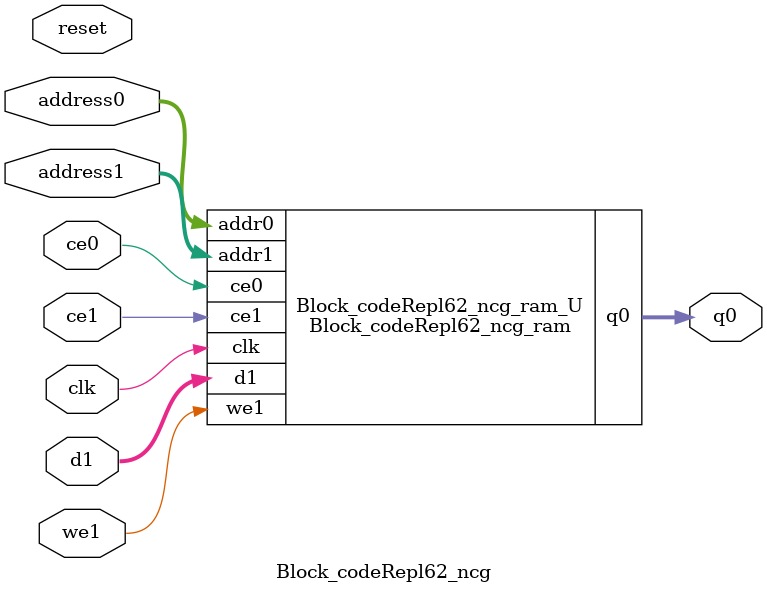
<source format=v>
`timescale 1 ns / 1 ps
module Block_codeRepl62_ncg_ram (addr0, ce0, q0, addr1, ce1, d1, we1,  clk);

parameter DWIDTH = 16;
parameter AWIDTH = 16;
parameter MEM_SIZE = 65536;

input[AWIDTH-1:0] addr0;
input ce0;
output reg[DWIDTH-1:0] q0;
input[AWIDTH-1:0] addr1;
input ce1;
input[DWIDTH-1:0] d1;
input we1;
input clk;

(* ram_style = "block" *)reg [DWIDTH-1:0] ram[0:MEM_SIZE-1];




always @(posedge clk)  
begin 
    if (ce0) begin
        q0 <= ram[addr0];
    end
end


always @(posedge clk)  
begin 
    if (ce1) begin
        if (we1) 
            ram[addr1] <= d1; 
    end
end


endmodule

`timescale 1 ns / 1 ps
module Block_codeRepl62_ncg(
    reset,
    clk,
    address0,
    ce0,
    q0,
    address1,
    ce1,
    we1,
    d1);

parameter DataWidth = 32'd16;
parameter AddressRange = 32'd65536;
parameter AddressWidth = 32'd16;
input reset;
input clk;
input[AddressWidth - 1:0] address0;
input ce0;
output[DataWidth - 1:0] q0;
input[AddressWidth - 1:0] address1;
input ce1;
input we1;
input[DataWidth - 1:0] d1;



Block_codeRepl62_ncg_ram Block_codeRepl62_ncg_ram_U(
    .clk( clk ),
    .addr0( address0 ),
    .ce0( ce0 ),
    .q0( q0 ),
    .addr1( address1 ),
    .ce1( ce1 ),
    .we1( we1 ),
    .d1( d1 ));

endmodule


</source>
